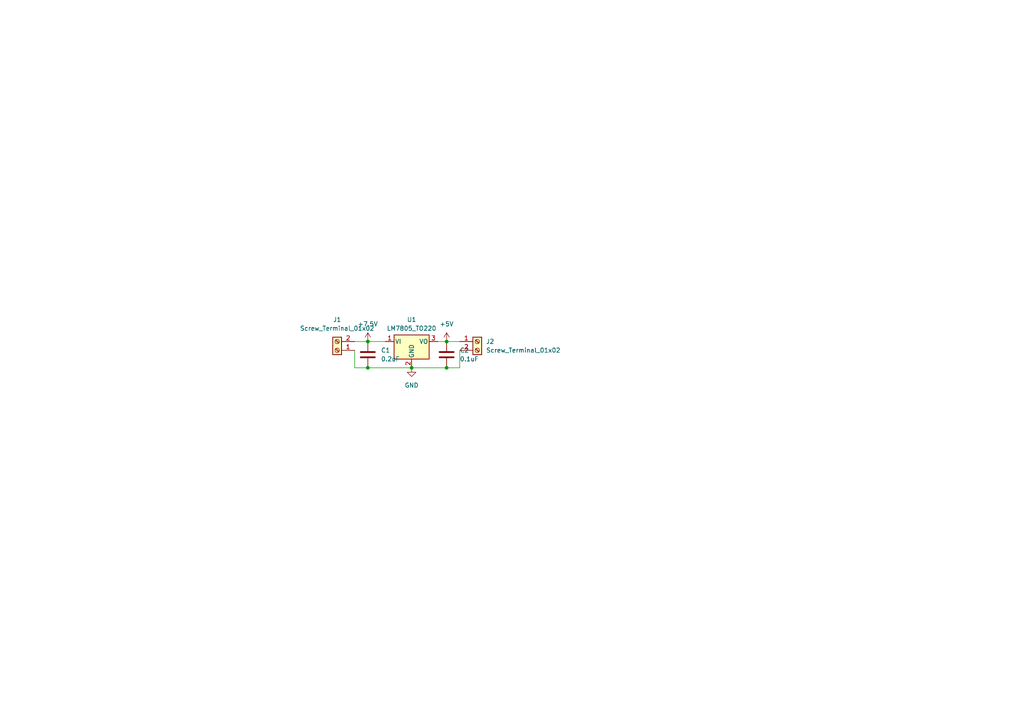
<source format=kicad_sch>
(kicad_sch
	(version 20231120)
	(generator "eeschema")
	(generator_version "8.0")
	(uuid "01b71ca3-23c5-4c9f-8c4f-1a0bfe217660")
	(paper "A4")
	(lib_symbols
		(symbol "Connector:Screw_Terminal_01x02"
			(pin_names
				(offset 1.016) hide)
			(exclude_from_sim no)
			(in_bom yes)
			(on_board yes)
			(property "Reference" "J"
				(at 0 2.54 0)
				(effects
					(font
						(size 1.27 1.27)
					)
				)
			)
			(property "Value" "Screw_Terminal_01x02"
				(at 0 -5.08 0)
				(effects
					(font
						(size 1.27 1.27)
					)
				)
			)
			(property "Footprint" ""
				(at 0 0 0)
				(effects
					(font
						(size 1.27 1.27)
					)
					(hide yes)
				)
			)
			(property "Datasheet" "~"
				(at 0 0 0)
				(effects
					(font
						(size 1.27 1.27)
					)
					(hide yes)
				)
			)
			(property "Description" "Generic screw terminal, single row, 01x02, script generated (kicad-library-utils/schlib/autogen/connector/)"
				(at 0 0 0)
				(effects
					(font
						(size 1.27 1.27)
					)
					(hide yes)
				)
			)
			(property "ki_keywords" "screw terminal"
				(at 0 0 0)
				(effects
					(font
						(size 1.27 1.27)
					)
					(hide yes)
				)
			)
			(property "ki_fp_filters" "TerminalBlock*:*"
				(at 0 0 0)
				(effects
					(font
						(size 1.27 1.27)
					)
					(hide yes)
				)
			)
			(symbol "Screw_Terminal_01x02_1_1"
				(rectangle
					(start -1.27 1.27)
					(end 1.27 -3.81)
					(stroke
						(width 0.254)
						(type default)
					)
					(fill
						(type background)
					)
				)
				(circle
					(center 0 -2.54)
					(radius 0.635)
					(stroke
						(width 0.1524)
						(type default)
					)
					(fill
						(type none)
					)
				)
				(polyline
					(pts
						(xy -0.5334 -2.2098) (xy 0.3302 -3.048)
					)
					(stroke
						(width 0.1524)
						(type default)
					)
					(fill
						(type none)
					)
				)
				(polyline
					(pts
						(xy -0.5334 0.3302) (xy 0.3302 -0.508)
					)
					(stroke
						(width 0.1524)
						(type default)
					)
					(fill
						(type none)
					)
				)
				(polyline
					(pts
						(xy -0.3556 -2.032) (xy 0.508 -2.8702)
					)
					(stroke
						(width 0.1524)
						(type default)
					)
					(fill
						(type none)
					)
				)
				(polyline
					(pts
						(xy -0.3556 0.508) (xy 0.508 -0.3302)
					)
					(stroke
						(width 0.1524)
						(type default)
					)
					(fill
						(type none)
					)
				)
				(circle
					(center 0 0)
					(radius 0.635)
					(stroke
						(width 0.1524)
						(type default)
					)
					(fill
						(type none)
					)
				)
				(pin passive line
					(at -5.08 0 0)
					(length 3.81)
					(name "Pin_1"
						(effects
							(font
								(size 1.27 1.27)
							)
						)
					)
					(number "1"
						(effects
							(font
								(size 1.27 1.27)
							)
						)
					)
				)
				(pin passive line
					(at -5.08 -2.54 0)
					(length 3.81)
					(name "Pin_2"
						(effects
							(font
								(size 1.27 1.27)
							)
						)
					)
					(number "2"
						(effects
							(font
								(size 1.27 1.27)
							)
						)
					)
				)
			)
		)
		(symbol "Device:C"
			(pin_numbers hide)
			(pin_names
				(offset 0.254)
			)
			(exclude_from_sim no)
			(in_bom yes)
			(on_board yes)
			(property "Reference" "C"
				(at 0.635 2.54 0)
				(effects
					(font
						(size 1.27 1.27)
					)
					(justify left)
				)
			)
			(property "Value" "C"
				(at 0.635 -2.54 0)
				(effects
					(font
						(size 1.27 1.27)
					)
					(justify left)
				)
			)
			(property "Footprint" ""
				(at 0.9652 -3.81 0)
				(effects
					(font
						(size 1.27 1.27)
					)
					(hide yes)
				)
			)
			(property "Datasheet" "~"
				(at 0 0 0)
				(effects
					(font
						(size 1.27 1.27)
					)
					(hide yes)
				)
			)
			(property "Description" "Unpolarized capacitor"
				(at 0 0 0)
				(effects
					(font
						(size 1.27 1.27)
					)
					(hide yes)
				)
			)
			(property "ki_keywords" "cap capacitor"
				(at 0 0 0)
				(effects
					(font
						(size 1.27 1.27)
					)
					(hide yes)
				)
			)
			(property "ki_fp_filters" "C_*"
				(at 0 0 0)
				(effects
					(font
						(size 1.27 1.27)
					)
					(hide yes)
				)
			)
			(symbol "C_0_1"
				(polyline
					(pts
						(xy -2.032 -0.762) (xy 2.032 -0.762)
					)
					(stroke
						(width 0.508)
						(type default)
					)
					(fill
						(type none)
					)
				)
				(polyline
					(pts
						(xy -2.032 0.762) (xy 2.032 0.762)
					)
					(stroke
						(width 0.508)
						(type default)
					)
					(fill
						(type none)
					)
				)
			)
			(symbol "C_1_1"
				(pin passive line
					(at 0 3.81 270)
					(length 2.794)
					(name "~"
						(effects
							(font
								(size 1.27 1.27)
							)
						)
					)
					(number "1"
						(effects
							(font
								(size 1.27 1.27)
							)
						)
					)
				)
				(pin passive line
					(at 0 -3.81 90)
					(length 2.794)
					(name "~"
						(effects
							(font
								(size 1.27 1.27)
							)
						)
					)
					(number "2"
						(effects
							(font
								(size 1.27 1.27)
							)
						)
					)
				)
			)
		)
		(symbol "Regulator_Linear:LM7805_TO220"
			(pin_names
				(offset 0.254)
			)
			(exclude_from_sim no)
			(in_bom yes)
			(on_board yes)
			(property "Reference" "U"
				(at -3.81 3.175 0)
				(effects
					(font
						(size 1.27 1.27)
					)
				)
			)
			(property "Value" "LM7805_TO220"
				(at 0 3.175 0)
				(effects
					(font
						(size 1.27 1.27)
					)
					(justify left)
				)
			)
			(property "Footprint" "Package_TO_SOT_THT:TO-220-3_Vertical"
				(at 0 5.715 0)
				(effects
					(font
						(size 1.27 1.27)
						(italic yes)
					)
					(hide yes)
				)
			)
			(property "Datasheet" "https://www.onsemi.cn/PowerSolutions/document/MC7800-D.PDF"
				(at 0 -1.27 0)
				(effects
					(font
						(size 1.27 1.27)
					)
					(hide yes)
				)
			)
			(property "Description" "Positive 1A 35V Linear Regulator, Fixed Output 5V, TO-220"
				(at 0 0 0)
				(effects
					(font
						(size 1.27 1.27)
					)
					(hide yes)
				)
			)
			(property "ki_keywords" "Voltage Regulator 1A Positive"
				(at 0 0 0)
				(effects
					(font
						(size 1.27 1.27)
					)
					(hide yes)
				)
			)
			(property "ki_fp_filters" "TO?220*"
				(at 0 0 0)
				(effects
					(font
						(size 1.27 1.27)
					)
					(hide yes)
				)
			)
			(symbol "LM7805_TO220_0_1"
				(rectangle
					(start -5.08 1.905)
					(end 5.08 -5.08)
					(stroke
						(width 0.254)
						(type default)
					)
					(fill
						(type background)
					)
				)
			)
			(symbol "LM7805_TO220_1_1"
				(pin power_in line
					(at -7.62 0 0)
					(length 2.54)
					(name "VI"
						(effects
							(font
								(size 1.27 1.27)
							)
						)
					)
					(number "1"
						(effects
							(font
								(size 1.27 1.27)
							)
						)
					)
				)
				(pin power_in line
					(at 0 -7.62 90)
					(length 2.54)
					(name "GND"
						(effects
							(font
								(size 1.27 1.27)
							)
						)
					)
					(number "2"
						(effects
							(font
								(size 1.27 1.27)
							)
						)
					)
				)
				(pin power_out line
					(at 7.62 0 180)
					(length 2.54)
					(name "VO"
						(effects
							(font
								(size 1.27 1.27)
							)
						)
					)
					(number "3"
						(effects
							(font
								(size 1.27 1.27)
							)
						)
					)
				)
			)
		)
		(symbol "power:+5V"
			(power)
			(pin_numbers hide)
			(pin_names
				(offset 0) hide)
			(exclude_from_sim no)
			(in_bom yes)
			(on_board yes)
			(property "Reference" "#PWR"
				(at 0 -3.81 0)
				(effects
					(font
						(size 1.27 1.27)
					)
					(hide yes)
				)
			)
			(property "Value" "+5V"
				(at 0 3.556 0)
				(effects
					(font
						(size 1.27 1.27)
					)
				)
			)
			(property "Footprint" ""
				(at 0 0 0)
				(effects
					(font
						(size 1.27 1.27)
					)
					(hide yes)
				)
			)
			(property "Datasheet" ""
				(at 0 0 0)
				(effects
					(font
						(size 1.27 1.27)
					)
					(hide yes)
				)
			)
			(property "Description" "Power symbol creates a global label with name \"+5V\""
				(at 0 0 0)
				(effects
					(font
						(size 1.27 1.27)
					)
					(hide yes)
				)
			)
			(property "ki_keywords" "global power"
				(at 0 0 0)
				(effects
					(font
						(size 1.27 1.27)
					)
					(hide yes)
				)
			)
			(symbol "+5V_0_1"
				(polyline
					(pts
						(xy -0.762 1.27) (xy 0 2.54)
					)
					(stroke
						(width 0)
						(type default)
					)
					(fill
						(type none)
					)
				)
				(polyline
					(pts
						(xy 0 0) (xy 0 2.54)
					)
					(stroke
						(width 0)
						(type default)
					)
					(fill
						(type none)
					)
				)
				(polyline
					(pts
						(xy 0 2.54) (xy 0.762 1.27)
					)
					(stroke
						(width 0)
						(type default)
					)
					(fill
						(type none)
					)
				)
			)
			(symbol "+5V_1_1"
				(pin power_in line
					(at 0 0 90)
					(length 0)
					(name "~"
						(effects
							(font
								(size 1.27 1.27)
							)
						)
					)
					(number "1"
						(effects
							(font
								(size 1.27 1.27)
							)
						)
					)
				)
			)
		)
		(symbol "power:+7.5V"
			(power)
			(pin_numbers hide)
			(pin_names
				(offset 0) hide)
			(exclude_from_sim no)
			(in_bom yes)
			(on_board yes)
			(property "Reference" "#PWR"
				(at 0 -3.81 0)
				(effects
					(font
						(size 1.27 1.27)
					)
					(hide yes)
				)
			)
			(property "Value" "+7.5V"
				(at 0 3.556 0)
				(effects
					(font
						(size 1.27 1.27)
					)
				)
			)
			(property "Footprint" ""
				(at 0 0 0)
				(effects
					(font
						(size 1.27 1.27)
					)
					(hide yes)
				)
			)
			(property "Datasheet" ""
				(at 0 0 0)
				(effects
					(font
						(size 1.27 1.27)
					)
					(hide yes)
				)
			)
			(property "Description" "Power symbol creates a global label with name \"+7.5V\""
				(at 0 0 0)
				(effects
					(font
						(size 1.27 1.27)
					)
					(hide yes)
				)
			)
			(property "ki_keywords" "global power"
				(at 0 0 0)
				(effects
					(font
						(size 1.27 1.27)
					)
					(hide yes)
				)
			)
			(symbol "+7.5V_0_1"
				(polyline
					(pts
						(xy -0.762 1.27) (xy 0 2.54)
					)
					(stroke
						(width 0)
						(type default)
					)
					(fill
						(type none)
					)
				)
				(polyline
					(pts
						(xy 0 0) (xy 0 2.54)
					)
					(stroke
						(width 0)
						(type default)
					)
					(fill
						(type none)
					)
				)
				(polyline
					(pts
						(xy 0 2.54) (xy 0.762 1.27)
					)
					(stroke
						(width 0)
						(type default)
					)
					(fill
						(type none)
					)
				)
			)
			(symbol "+7.5V_1_1"
				(pin power_in line
					(at 0 0 90)
					(length 0)
					(name "~"
						(effects
							(font
								(size 1.27 1.27)
							)
						)
					)
					(number "1"
						(effects
							(font
								(size 1.27 1.27)
							)
						)
					)
				)
			)
		)
		(symbol "power:GND"
			(power)
			(pin_numbers hide)
			(pin_names
				(offset 0) hide)
			(exclude_from_sim no)
			(in_bom yes)
			(on_board yes)
			(property "Reference" "#PWR"
				(at 0 -6.35 0)
				(effects
					(font
						(size 1.27 1.27)
					)
					(hide yes)
				)
			)
			(property "Value" "GND"
				(at 0 -3.81 0)
				(effects
					(font
						(size 1.27 1.27)
					)
				)
			)
			(property "Footprint" ""
				(at 0 0 0)
				(effects
					(font
						(size 1.27 1.27)
					)
					(hide yes)
				)
			)
			(property "Datasheet" ""
				(at 0 0 0)
				(effects
					(font
						(size 1.27 1.27)
					)
					(hide yes)
				)
			)
			(property "Description" "Power symbol creates a global label with name \"GND\" , ground"
				(at 0 0 0)
				(effects
					(font
						(size 1.27 1.27)
					)
					(hide yes)
				)
			)
			(property "ki_keywords" "global power"
				(at 0 0 0)
				(effects
					(font
						(size 1.27 1.27)
					)
					(hide yes)
				)
			)
			(symbol "GND_0_1"
				(polyline
					(pts
						(xy 0 0) (xy 0 -1.27) (xy 1.27 -1.27) (xy 0 -2.54) (xy -1.27 -1.27) (xy 0 -1.27)
					)
					(stroke
						(width 0)
						(type default)
					)
					(fill
						(type none)
					)
				)
			)
			(symbol "GND_1_1"
				(pin power_in line
					(at 0 0 270)
					(length 0)
					(name "~"
						(effects
							(font
								(size 1.27 1.27)
							)
						)
					)
					(number "1"
						(effects
							(font
								(size 1.27 1.27)
							)
						)
					)
				)
			)
		)
	)
	(junction
		(at 106.68 106.68)
		(diameter 0)
		(color 0 0 0 0)
		(uuid "2ed9c136-7cdf-4162-9727-e7b5f7e54d15")
	)
	(junction
		(at 106.68 99.06)
		(diameter 0)
		(color 0 0 0 0)
		(uuid "499c9ee7-91d8-4b0f-a343-92f59685af49")
	)
	(junction
		(at 129.54 99.06)
		(diameter 0)
		(color 0 0 0 0)
		(uuid "8c358358-4cd4-445e-9774-5b35357a608c")
	)
	(junction
		(at 119.38 106.68)
		(diameter 0)
		(color 0 0 0 0)
		(uuid "b79bb9b3-f563-4279-8e5c-1220b793558a")
	)
	(junction
		(at 129.54 106.68)
		(diameter 0)
		(color 0 0 0 0)
		(uuid "e901aab3-1c1b-4efc-a263-290b8b747089")
	)
	(wire
		(pts
			(xy 127 99.06) (xy 129.54 99.06)
		)
		(stroke
			(width 0)
			(type default)
		)
		(uuid "08d42003-3982-4a14-8cef-a127a9597d8c")
	)
	(wire
		(pts
			(xy 129.54 106.68) (xy 133.35 106.68)
		)
		(stroke
			(width 0)
			(type default)
		)
		(uuid "30ef1f4d-cc21-4201-bd11-f5d1652988ca")
	)
	(wire
		(pts
			(xy 102.87 99.06) (xy 106.68 99.06)
		)
		(stroke
			(width 0)
			(type default)
		)
		(uuid "41279605-349a-42d3-aa05-d6c140fdf517")
	)
	(wire
		(pts
			(xy 102.87 101.6) (xy 102.87 106.68)
		)
		(stroke
			(width 0)
			(type default)
		)
		(uuid "4d8bc369-e204-4970-a9cb-0f4c32d6085f")
	)
	(wire
		(pts
			(xy 102.87 106.68) (xy 106.68 106.68)
		)
		(stroke
			(width 0)
			(type default)
		)
		(uuid "5e740508-b99c-4d12-913d-6352172f6aa6")
	)
	(wire
		(pts
			(xy 133.35 106.68) (xy 133.35 101.6)
		)
		(stroke
			(width 0)
			(type default)
		)
		(uuid "74cf892d-6185-4da2-a992-9e8f3e7fe262")
	)
	(wire
		(pts
			(xy 106.68 99.06) (xy 111.76 99.06)
		)
		(stroke
			(width 0)
			(type default)
		)
		(uuid "80f1dc4b-7842-41a0-9940-a73be02535d6")
	)
	(wire
		(pts
			(xy 106.68 106.68) (xy 119.38 106.68)
		)
		(stroke
			(width 0)
			(type default)
		)
		(uuid "996831ec-2967-4689-b12a-4e46273c716a")
	)
	(wire
		(pts
			(xy 129.54 99.06) (xy 133.35 99.06)
		)
		(stroke
			(width 0)
			(type default)
		)
		(uuid "99f7a7bb-e9e3-4555-8903-99b271bd76b9")
	)
	(wire
		(pts
			(xy 119.38 106.68) (xy 129.54 106.68)
		)
		(stroke
			(width 0)
			(type default)
		)
		(uuid "bcf60046-32a3-4a12-882c-bbafcff18167")
	)
	(symbol
		(lib_id "Connector:Screw_Terminal_01x02")
		(at 138.43 99.06 0)
		(unit 1)
		(exclude_from_sim no)
		(in_bom yes)
		(on_board yes)
		(dnp no)
		(fields_autoplaced yes)
		(uuid "7aa3a0c4-a0f1-4873-b527-4195adc76bc5")
		(property "Reference" "J2"
			(at 140.97 99.0599 0)
			(effects
				(font
					(size 1.27 1.27)
				)
				(justify left)
			)
		)
		(property "Value" "Screw_Terminal_01x02"
			(at 140.97 101.5999 0)
			(effects
				(font
					(size 1.27 1.27)
				)
				(justify left)
			)
		)
		(property "Footprint" "TerminalBlock_Phoenix:TerminalBlock_Phoenix_MKDS-1,5-2-5.08_1x02_P5.08mm_Horizontal"
			(at 138.43 99.06 0)
			(effects
				(font
					(size 1.27 1.27)
				)
				(hide yes)
			)
		)
		(property "Datasheet" "~"
			(at 138.43 99.06 0)
			(effects
				(font
					(size 1.27 1.27)
				)
				(hide yes)
			)
		)
		(property "Description" "Generic screw terminal, single row, 01x02, script generated (kicad-library-utils/schlib/autogen/connector/)"
			(at 138.43 99.06 0)
			(effects
				(font
					(size 1.27 1.27)
				)
				(hide yes)
			)
		)
		(pin "2"
			(uuid "673a9d2c-8b6a-4b93-99fa-69e60e180b48")
		)
		(pin "1"
			(uuid "93f2c0a6-6767-4dbe-87c1-2decbbbc907e")
		)
		(instances
			(project "prova1"
				(path "/01b71ca3-23c5-4c9f-8c4f-1a0bfe217660"
					(reference "J2")
					(unit 1)
				)
			)
		)
	)
	(symbol
		(lib_id "power:+7.5V")
		(at 106.68 99.06 0)
		(unit 1)
		(exclude_from_sim no)
		(in_bom yes)
		(on_board yes)
		(dnp no)
		(fields_autoplaced yes)
		(uuid "979f74e3-9c64-473f-9b83-6b041984ee52")
		(property "Reference" "#PWR03"
			(at 106.68 102.87 0)
			(effects
				(font
					(size 1.27 1.27)
				)
				(hide yes)
			)
		)
		(property "Value" "+7.5V"
			(at 106.68 93.98 0)
			(effects
				(font
					(size 1.27 1.27)
				)
			)
		)
		(property "Footprint" ""
			(at 106.68 99.06 0)
			(effects
				(font
					(size 1.27 1.27)
				)
				(hide yes)
			)
		)
		(property "Datasheet" ""
			(at 106.68 99.06 0)
			(effects
				(font
					(size 1.27 1.27)
				)
				(hide yes)
			)
		)
		(property "Description" "Power symbol creates a global label with name \"+7.5V\""
			(at 106.68 99.06 0)
			(effects
				(font
					(size 1.27 1.27)
				)
				(hide yes)
			)
		)
		(pin "1"
			(uuid "f28caeb8-23f9-4bfd-a41f-4789639163ac")
		)
		(instances
			(project ""
				(path "/01b71ca3-23c5-4c9f-8c4f-1a0bfe217660"
					(reference "#PWR03")
					(unit 1)
				)
			)
		)
	)
	(symbol
		(lib_id "Connector:Screw_Terminal_01x02")
		(at 97.79 101.6 180)
		(unit 1)
		(exclude_from_sim no)
		(in_bom yes)
		(on_board yes)
		(dnp no)
		(fields_autoplaced yes)
		(uuid "ab98d8b0-dc15-4613-b109-7adbcafc353e")
		(property "Reference" "J1"
			(at 97.79 92.71 0)
			(effects
				(font
					(size 1.27 1.27)
				)
			)
		)
		(property "Value" "Screw_Terminal_01x02"
			(at 97.79 95.25 0)
			(effects
				(font
					(size 1.27 1.27)
				)
			)
		)
		(property "Footprint" "TerminalBlock_Phoenix:TerminalBlock_Phoenix_MKDS-1,5-2-5.08_1x02_P5.08mm_Horizontal"
			(at 97.79 101.6 0)
			(effects
				(font
					(size 1.27 1.27)
				)
				(hide yes)
			)
		)
		(property "Datasheet" "~"
			(at 97.79 101.6 0)
			(effects
				(font
					(size 1.27 1.27)
				)
				(hide yes)
			)
		)
		(property "Description" "Generic screw terminal, single row, 01x02, script generated (kicad-library-utils/schlib/autogen/connector/)"
			(at 97.79 101.6 0)
			(effects
				(font
					(size 1.27 1.27)
				)
				(hide yes)
			)
		)
		(pin "2"
			(uuid "633947a5-8732-4795-af95-fbbd4084e014")
		)
		(pin "1"
			(uuid "c20a585e-2f38-4d4b-a27c-8352e5ee948c")
		)
		(instances
			(project ""
				(path "/01b71ca3-23c5-4c9f-8c4f-1a0bfe217660"
					(reference "J1")
					(unit 1)
				)
			)
		)
	)
	(symbol
		(lib_id "power:+5V")
		(at 129.54 99.06 0)
		(unit 1)
		(exclude_from_sim no)
		(in_bom yes)
		(on_board yes)
		(dnp no)
		(fields_autoplaced yes)
		(uuid "b0d68801-c190-4346-a58e-ec6a55f1f822")
		(property "Reference" "#PWR02"
			(at 129.54 102.87 0)
			(effects
				(font
					(size 1.27 1.27)
				)
				(hide yes)
			)
		)
		(property "Value" "+5V"
			(at 129.54 93.98 0)
			(effects
				(font
					(size 1.27 1.27)
				)
			)
		)
		(property "Footprint" ""
			(at 129.54 99.06 0)
			(effects
				(font
					(size 1.27 1.27)
				)
				(hide yes)
			)
		)
		(property "Datasheet" ""
			(at 129.54 99.06 0)
			(effects
				(font
					(size 1.27 1.27)
				)
				(hide yes)
			)
		)
		(property "Description" "Power symbol creates a global label with name \"+5V\""
			(at 129.54 99.06 0)
			(effects
				(font
					(size 1.27 1.27)
				)
				(hide yes)
			)
		)
		(pin "1"
			(uuid "6251e516-95e4-40e1-9d0e-1b7705d59dbb")
		)
		(instances
			(project ""
				(path "/01b71ca3-23c5-4c9f-8c4f-1a0bfe217660"
					(reference "#PWR02")
					(unit 1)
				)
			)
		)
	)
	(symbol
		(lib_id "Device:C")
		(at 106.68 102.87 0)
		(unit 1)
		(exclude_from_sim no)
		(in_bom yes)
		(on_board yes)
		(dnp no)
		(fields_autoplaced yes)
		(uuid "b9fb88c7-126a-4537-bda1-0761ecca8416")
		(property "Reference" "C1"
			(at 110.49 101.5999 0)
			(effects
				(font
					(size 1.27 1.27)
				)
				(justify left)
			)
		)
		(property "Value" "0.2uF"
			(at 110.49 104.1399 0)
			(effects
				(font
					(size 1.27 1.27)
				)
				(justify left)
			)
		)
		(property "Footprint" "Capacitor_SMD:C_1206_3216Metric"
			(at 107.6452 106.68 0)
			(effects
				(font
					(size 1.27 1.27)
				)
				(hide yes)
			)
		)
		(property "Datasheet" "~"
			(at 106.68 102.87 0)
			(effects
				(font
					(size 1.27 1.27)
				)
				(hide yes)
			)
		)
		(property "Description" "Unpolarized capacitor"
			(at 106.68 102.87 0)
			(effects
				(font
					(size 1.27 1.27)
				)
				(hide yes)
			)
		)
		(pin "1"
			(uuid "2e891b54-eb89-40f0-a8b2-ddbcbc4356cb")
		)
		(pin "2"
			(uuid "c894a9bd-75ca-4b7d-85ac-f123836f10b5")
		)
		(instances
			(project ""
				(path "/01b71ca3-23c5-4c9f-8c4f-1a0bfe217660"
					(reference "C1")
					(unit 1)
				)
			)
		)
	)
	(symbol
		(lib_id "Device:C")
		(at 129.54 102.87 0)
		(unit 1)
		(exclude_from_sim no)
		(in_bom yes)
		(on_board yes)
		(dnp no)
		(fields_autoplaced yes)
		(uuid "bd4cc0fa-3ff8-4f3f-bcf7-32a15ea3ecc7")
		(property "Reference" "C2"
			(at 133.35 101.5999 0)
			(effects
				(font
					(size 1.27 1.27)
				)
				(justify left)
			)
		)
		(property "Value" "0.1uF"
			(at 133.35 104.1399 0)
			(effects
				(font
					(size 1.27 1.27)
				)
				(justify left)
			)
		)
		(property "Footprint" "Capacitor_SMD:C_1206_3216Metric"
			(at 130.5052 106.68 0)
			(effects
				(font
					(size 1.27 1.27)
				)
				(hide yes)
			)
		)
		(property "Datasheet" "~"
			(at 129.54 102.87 0)
			(effects
				(font
					(size 1.27 1.27)
				)
				(hide yes)
			)
		)
		(property "Description" "Unpolarized capacitor"
			(at 129.54 102.87 0)
			(effects
				(font
					(size 1.27 1.27)
				)
				(hide yes)
			)
		)
		(pin "1"
			(uuid "7571fc59-6852-48d4-95ae-e7239153c074")
		)
		(pin "2"
			(uuid "834b7165-22c5-4773-91d3-85bf43fc2663")
		)
		(instances
			(project "prova1"
				(path "/01b71ca3-23c5-4c9f-8c4f-1a0bfe217660"
					(reference "C2")
					(unit 1)
				)
			)
		)
	)
	(symbol
		(lib_id "Regulator_Linear:LM7805_TO220")
		(at 119.38 99.06 0)
		(unit 1)
		(exclude_from_sim no)
		(in_bom yes)
		(on_board yes)
		(dnp no)
		(fields_autoplaced yes)
		(uuid "d1d29f7e-f008-4754-b872-0e3bc883a510")
		(property "Reference" "U1"
			(at 119.38 92.71 0)
			(effects
				(font
					(size 1.27 1.27)
				)
			)
		)
		(property "Value" "LM7805_TO220"
			(at 119.38 95.25 0)
			(effects
				(font
					(size 1.27 1.27)
				)
			)
		)
		(property "Footprint" "Package_TO_SOT_THT:TO-220-3_Vertical"
			(at 119.38 93.345 0)
			(effects
				(font
					(size 1.27 1.27)
					(italic yes)
				)
				(hide yes)
			)
		)
		(property "Datasheet" "https://www.onsemi.cn/PowerSolutions/document/MC7800-D.PDF"
			(at 119.38 100.33 0)
			(effects
				(font
					(size 1.27 1.27)
				)
				(hide yes)
			)
		)
		(property "Description" "Positive 1A 35V Linear Regulator, Fixed Output 5V, TO-220"
			(at 119.38 99.06 0)
			(effects
				(font
					(size 1.27 1.27)
				)
				(hide yes)
			)
		)
		(pin "2"
			(uuid "c811b82d-7448-4a08-936c-4112b2d36398")
		)
		(pin "1"
			(uuid "7cb094b5-1d2a-41f0-9449-427e5c370a7d")
		)
		(pin "3"
			(uuid "e26ac05a-ae49-4e03-b164-c660c6043f4c")
		)
		(instances
			(project ""
				(path "/01b71ca3-23c5-4c9f-8c4f-1a0bfe217660"
					(reference "U1")
					(unit 1)
				)
			)
		)
	)
	(symbol
		(lib_id "power:GND")
		(at 119.38 106.68 0)
		(unit 1)
		(exclude_from_sim no)
		(in_bom yes)
		(on_board yes)
		(dnp no)
		(fields_autoplaced yes)
		(uuid "ec14f7ec-a3df-43b1-b934-af28c84dcc80")
		(property "Reference" "#PWR01"
			(at 119.38 113.03 0)
			(effects
				(font
					(size 1.27 1.27)
				)
				(hide yes)
			)
		)
		(property "Value" "GND"
			(at 119.38 111.76 0)
			(effects
				(font
					(size 1.27 1.27)
				)
			)
		)
		(property "Footprint" ""
			(at 119.38 106.68 0)
			(effects
				(font
					(size 1.27 1.27)
				)
				(hide yes)
			)
		)
		(property "Datasheet" ""
			(at 119.38 106.68 0)
			(effects
				(font
					(size 1.27 1.27)
				)
				(hide yes)
			)
		)
		(property "Description" "Power symbol creates a global label with name \"GND\" , ground"
			(at 119.38 106.68 0)
			(effects
				(font
					(size 1.27 1.27)
				)
				(hide yes)
			)
		)
		(pin "1"
			(uuid "da3c82dc-be96-476b-9359-c7d581579927")
		)
		(instances
			(project ""
				(path "/01b71ca3-23c5-4c9f-8c4f-1a0bfe217660"
					(reference "#PWR01")
					(unit 1)
				)
			)
		)
	)
	(sheet_instances
		(path "/"
			(page "1")
		)
	)
)

</source>
